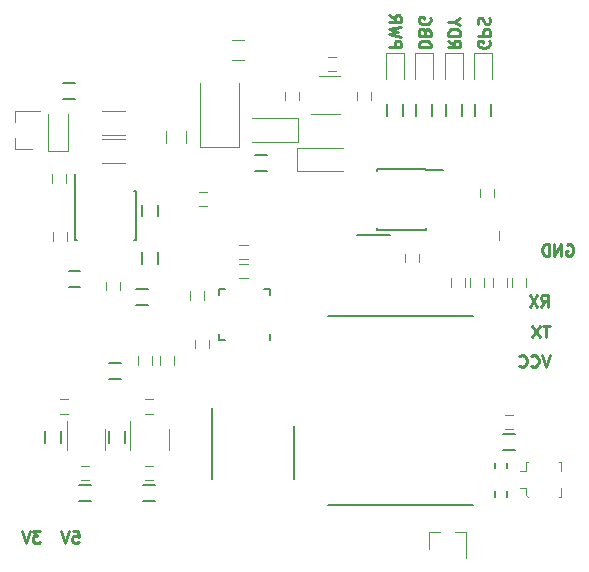
<source format=gbo>
G04 #@! TF.GenerationSoftware,KiCad,Pcbnew,(5.1.5)-3*
G04 #@! TF.CreationDate,2020-01-29T21:37:39+13:00*
G04 #@! TF.ProjectId,SimpleFC,53696d70-6c65-4464-932e-6b696361645f,rev?*
G04 #@! TF.SameCoordinates,Original*
G04 #@! TF.FileFunction,Legend,Bot*
G04 #@! TF.FilePolarity,Positive*
%FSLAX46Y46*%
G04 Gerber Fmt 4.6, Leading zero omitted, Abs format (unit mm)*
G04 Created by KiCad (PCBNEW (5.1.5)-3) date 2020-01-29 21:37:39*
%MOMM*%
%LPD*%
G04 APERTURE LIST*
%ADD10C,0.250000*%
%ADD11C,0.150000*%
%ADD12C,0.120000*%
%ADD13C,0.200000*%
G04 APERTURE END LIST*
D10*
X167000000Y-77675595D02*
X167047619Y-77770833D01*
X167047619Y-77913690D01*
X167000000Y-78056547D01*
X166904761Y-78151785D01*
X166809523Y-78199404D01*
X166619047Y-78247023D01*
X166476190Y-78247023D01*
X166285714Y-78199404D01*
X166190476Y-78151785D01*
X166095238Y-78056547D01*
X166047619Y-77913690D01*
X166047619Y-77818452D01*
X166095238Y-77675595D01*
X166142857Y-77627976D01*
X166476190Y-77627976D01*
X166476190Y-77818452D01*
X166047619Y-77199404D02*
X167047619Y-77199404D01*
X167047619Y-76818452D01*
X167000000Y-76723214D01*
X166952380Y-76675595D01*
X166857142Y-76627976D01*
X166714285Y-76627976D01*
X166619047Y-76675595D01*
X166571428Y-76723214D01*
X166523809Y-76818452D01*
X166523809Y-77199404D01*
X166095238Y-76247023D02*
X166047619Y-76104166D01*
X166047619Y-75866071D01*
X166095238Y-75770833D01*
X166142857Y-75723214D01*
X166238095Y-75675595D01*
X166333333Y-75675595D01*
X166428571Y-75723214D01*
X166476190Y-75770833D01*
X166523809Y-75866071D01*
X166571428Y-76056547D01*
X166619047Y-76151785D01*
X166666666Y-76199404D01*
X166761904Y-76247023D01*
X166857142Y-76247023D01*
X166952380Y-76199404D01*
X167000000Y-76151785D01*
X167047619Y-76056547D01*
X167047619Y-75818452D01*
X167000000Y-75675595D01*
X163547619Y-77627976D02*
X164023809Y-77961309D01*
X163547619Y-78199404D02*
X164547619Y-78199404D01*
X164547619Y-77818452D01*
X164500000Y-77723214D01*
X164452380Y-77675595D01*
X164357142Y-77627976D01*
X164214285Y-77627976D01*
X164119047Y-77675595D01*
X164071428Y-77723214D01*
X164023809Y-77818452D01*
X164023809Y-78199404D01*
X163547619Y-77199404D02*
X164547619Y-77199404D01*
X164547619Y-76961309D01*
X164500000Y-76818452D01*
X164404761Y-76723214D01*
X164309523Y-76675595D01*
X164119047Y-76627976D01*
X163976190Y-76627976D01*
X163785714Y-76675595D01*
X163690476Y-76723214D01*
X163595238Y-76818452D01*
X163547619Y-76961309D01*
X163547619Y-77199404D01*
X164023809Y-76008928D02*
X163547619Y-76008928D01*
X164547619Y-76342261D02*
X164023809Y-76008928D01*
X164547619Y-75675595D01*
X161047619Y-78199404D02*
X162047619Y-78199404D01*
X162047619Y-77961309D01*
X162000000Y-77818452D01*
X161904761Y-77723214D01*
X161809523Y-77675595D01*
X161619047Y-77627976D01*
X161476190Y-77627976D01*
X161285714Y-77675595D01*
X161190476Y-77723214D01*
X161095238Y-77818452D01*
X161047619Y-77961309D01*
X161047619Y-78199404D01*
X161571428Y-76866071D02*
X161523809Y-76723214D01*
X161476190Y-76675595D01*
X161380952Y-76627976D01*
X161238095Y-76627976D01*
X161142857Y-76675595D01*
X161095238Y-76723214D01*
X161047619Y-76818452D01*
X161047619Y-77199404D01*
X162047619Y-77199404D01*
X162047619Y-76866071D01*
X162000000Y-76770833D01*
X161952380Y-76723214D01*
X161857142Y-76675595D01*
X161761904Y-76675595D01*
X161666666Y-76723214D01*
X161619047Y-76770833D01*
X161571428Y-76866071D01*
X161571428Y-77199404D01*
X162000000Y-75675595D02*
X162047619Y-75770833D01*
X162047619Y-75913690D01*
X162000000Y-76056547D01*
X161904761Y-76151785D01*
X161809523Y-76199404D01*
X161619047Y-76247023D01*
X161476190Y-76247023D01*
X161285714Y-76199404D01*
X161190476Y-76151785D01*
X161095238Y-76056547D01*
X161047619Y-75913690D01*
X161047619Y-75818452D01*
X161095238Y-75675595D01*
X161142857Y-75627976D01*
X161476190Y-75627976D01*
X161476190Y-75818452D01*
X158547619Y-78199404D02*
X159547619Y-78199404D01*
X159547619Y-77818452D01*
X159500000Y-77723214D01*
X159452380Y-77675595D01*
X159357142Y-77627976D01*
X159214285Y-77627976D01*
X159119047Y-77675595D01*
X159071428Y-77723214D01*
X159023809Y-77818452D01*
X159023809Y-78199404D01*
X159547619Y-77294642D02*
X158547619Y-77056547D01*
X159261904Y-76866071D01*
X158547619Y-76675595D01*
X159547619Y-76437500D01*
X158547619Y-75485119D02*
X159023809Y-75818452D01*
X158547619Y-76056547D02*
X159547619Y-76056547D01*
X159547619Y-75675595D01*
X159500000Y-75580357D01*
X159452380Y-75532738D01*
X159357142Y-75485119D01*
X159214285Y-75485119D01*
X159119047Y-75532738D01*
X159071428Y-75580357D01*
X159023809Y-75675595D01*
X159023809Y-76056547D01*
X172142261Y-104252380D02*
X171808928Y-105252380D01*
X171475595Y-104252380D01*
X170570833Y-105157142D02*
X170618452Y-105204761D01*
X170761309Y-105252380D01*
X170856547Y-105252380D01*
X170999404Y-105204761D01*
X171094642Y-105109523D01*
X171142261Y-105014285D01*
X171189880Y-104823809D01*
X171189880Y-104680952D01*
X171142261Y-104490476D01*
X171094642Y-104395238D01*
X170999404Y-104300000D01*
X170856547Y-104252380D01*
X170761309Y-104252380D01*
X170618452Y-104300000D01*
X170570833Y-104347619D01*
X169570833Y-105157142D02*
X169618452Y-105204761D01*
X169761309Y-105252380D01*
X169856547Y-105252380D01*
X169999404Y-105204761D01*
X170094642Y-105109523D01*
X170142261Y-105014285D01*
X170189880Y-104823809D01*
X170189880Y-104680952D01*
X170142261Y-104490476D01*
X170094642Y-104395238D01*
X169999404Y-104300000D01*
X169856547Y-104252380D01*
X169761309Y-104252380D01*
X169618452Y-104300000D01*
X169570833Y-104347619D01*
X172142261Y-101752380D02*
X171570833Y-101752380D01*
X171856547Y-102752380D02*
X171856547Y-101752380D01*
X171332738Y-101752380D02*
X170666071Y-102752380D01*
X170666071Y-101752380D02*
X171332738Y-102752380D01*
X171427976Y-100152380D02*
X171761309Y-99676190D01*
X171999404Y-100152380D02*
X171999404Y-99152380D01*
X171618452Y-99152380D01*
X171523214Y-99200000D01*
X171475595Y-99247619D01*
X171427976Y-99342857D01*
X171427976Y-99485714D01*
X171475595Y-99580952D01*
X171523214Y-99628571D01*
X171618452Y-99676190D01*
X171999404Y-99676190D01*
X171094642Y-99152380D02*
X170427976Y-100152380D01*
X170427976Y-99152380D02*
X171094642Y-100152380D01*
X173575595Y-94900000D02*
X173670833Y-94852380D01*
X173813690Y-94852380D01*
X173956547Y-94900000D01*
X174051785Y-94995238D01*
X174099404Y-95090476D01*
X174147023Y-95280952D01*
X174147023Y-95423809D01*
X174099404Y-95614285D01*
X174051785Y-95709523D01*
X173956547Y-95804761D01*
X173813690Y-95852380D01*
X173718452Y-95852380D01*
X173575595Y-95804761D01*
X173527976Y-95757142D01*
X173527976Y-95423809D01*
X173718452Y-95423809D01*
X173099404Y-95852380D02*
X173099404Y-94852380D01*
X172527976Y-95852380D01*
X172527976Y-94852380D01*
X172051785Y-95852380D02*
X172051785Y-94852380D01*
X171813690Y-94852380D01*
X171670833Y-94900000D01*
X171575595Y-94995238D01*
X171527976Y-95090476D01*
X171480357Y-95280952D01*
X171480357Y-95423809D01*
X171527976Y-95614285D01*
X171575595Y-95709523D01*
X171670833Y-95804761D01*
X171813690Y-95852380D01*
X172051785Y-95852380D01*
X131757142Y-119152380D02*
X132233333Y-119152380D01*
X132280952Y-119628571D01*
X132233333Y-119580952D01*
X132138095Y-119533333D01*
X131900000Y-119533333D01*
X131804761Y-119580952D01*
X131757142Y-119628571D01*
X131709523Y-119723809D01*
X131709523Y-119961904D01*
X131757142Y-120057142D01*
X131804761Y-120104761D01*
X131900000Y-120152380D01*
X132138095Y-120152380D01*
X132233333Y-120104761D01*
X132280952Y-120057142D01*
X131423809Y-119152380D02*
X131090476Y-120152380D01*
X130757142Y-119152380D01*
X128995238Y-119152380D02*
X128376190Y-119152380D01*
X128709523Y-119533333D01*
X128566666Y-119533333D01*
X128471428Y-119580952D01*
X128423809Y-119628571D01*
X128376190Y-119723809D01*
X128376190Y-119961904D01*
X128423809Y-120057142D01*
X128471428Y-120104761D01*
X128566666Y-120152380D01*
X128852380Y-120152380D01*
X128947619Y-120104761D01*
X128995238Y-120057142D01*
X128090476Y-119152380D02*
X127757142Y-120152380D01*
X127423809Y-119152380D01*
D11*
X168525000Y-113350000D02*
X168525000Y-113850000D01*
X167475000Y-113850000D02*
X167475000Y-113350000D01*
D12*
X140300000Y-105050000D02*
X140300000Y-104350000D01*
X139100000Y-104350000D02*
X139100000Y-105050000D01*
X138500000Y-105050000D02*
X138500000Y-104350000D01*
X137300000Y-104350000D02*
X137300000Y-105050000D01*
X167400000Y-90850000D02*
X167400000Y-90150000D01*
X166200000Y-90150000D02*
X166200000Y-90850000D01*
X166600000Y-98450000D02*
X166600000Y-97750000D01*
X165400000Y-97750000D02*
X165400000Y-98450000D01*
X168500000Y-98450000D02*
X168500000Y-97750000D01*
X167300000Y-97750000D02*
X167300000Y-98450000D01*
X168900000Y-97750000D02*
X168900000Y-98450000D01*
X170100000Y-98450000D02*
X170100000Y-97750000D01*
X163800000Y-97750000D02*
X163800000Y-98450000D01*
X165000000Y-98450000D02*
X165000000Y-97750000D01*
X161100000Y-96350000D02*
X161100000Y-95650000D01*
X159900000Y-95650000D02*
X159900000Y-96350000D01*
X142900000Y-99550000D02*
X142900000Y-98850000D01*
X141700000Y-98850000D02*
X141700000Y-99550000D01*
X143300000Y-103650000D02*
X143300000Y-102950000D01*
X142100000Y-102950000D02*
X142100000Y-103650000D01*
X145850000Y-96100000D02*
X146550000Y-96100000D01*
X146550000Y-94900000D02*
X145850000Y-94900000D01*
X146550000Y-96500000D02*
X145850000Y-96500000D01*
X145850000Y-97700000D02*
X146550000Y-97700000D01*
X131200000Y-89650000D02*
X131200000Y-88950000D01*
X130000000Y-88950000D02*
X130000000Y-89650000D01*
X136200000Y-85620000D02*
X134200000Y-85620000D01*
X134200000Y-83580000D02*
X136200000Y-83580000D01*
X134200000Y-85980000D02*
X136200000Y-85980000D01*
X136200000Y-88020000D02*
X134200000Y-88020000D01*
X134550000Y-98050000D02*
X134550000Y-98750000D01*
X135750000Y-98750000D02*
X135750000Y-98050000D01*
X130100000Y-93850000D02*
X130100000Y-94550000D01*
X131300000Y-94550000D02*
X131300000Y-93850000D01*
X139650000Y-86250000D02*
X139650000Y-85250000D01*
X141350000Y-85250000D02*
X141350000Y-86250000D01*
X145250000Y-77550000D02*
X146250000Y-77550000D01*
X146250000Y-79250000D02*
X145250000Y-79250000D01*
X157000000Y-82650000D02*
X157000000Y-81950000D01*
X155800000Y-81950000D02*
X155800000Y-82650000D01*
X149700000Y-81950000D02*
X149700000Y-82650000D01*
X150900000Y-82650000D02*
X150900000Y-81950000D01*
X154050000Y-79000000D02*
X153350000Y-79000000D01*
X153350000Y-80200000D02*
X154050000Y-80200000D01*
X143150000Y-90400000D02*
X142450000Y-90400000D01*
X142450000Y-91600000D02*
X143150000Y-91600000D01*
X138550000Y-113600000D02*
X137850000Y-113600000D01*
X137850000Y-114800000D02*
X138550000Y-114800000D01*
X138550000Y-108000000D02*
X137850000Y-108000000D01*
X137850000Y-109200000D02*
X138550000Y-109200000D01*
X132450000Y-114800000D02*
X133150000Y-114800000D01*
X133150000Y-113600000D02*
X132450000Y-113600000D01*
X131350000Y-108000000D02*
X130650000Y-108000000D01*
X130650000Y-109200000D02*
X131350000Y-109200000D01*
X131350000Y-87000000D02*
X129650000Y-87000000D01*
X129650000Y-87000000D02*
X129650000Y-83850000D01*
X131350000Y-87000000D02*
X131350000Y-83850000D01*
X150850000Y-84200000D02*
X150850000Y-86200000D01*
X150850000Y-86200000D02*
X146950000Y-86200000D01*
X150850000Y-84200000D02*
X146950000Y-84200000D01*
X150750000Y-88700000D02*
X154650000Y-88700000D01*
X150750000Y-86700000D02*
X154650000Y-86700000D01*
X150750000Y-88700000D02*
X150750000Y-86700000D01*
X158240000Y-80900000D02*
X158240000Y-78630000D01*
X158240000Y-78630000D02*
X159760000Y-78630000D01*
X159760000Y-78630000D02*
X159760000Y-80900000D01*
X167260000Y-78630000D02*
X167260000Y-80900000D01*
X165740000Y-78630000D02*
X167260000Y-78630000D01*
X165740000Y-80900000D02*
X165740000Y-78630000D01*
X163240000Y-80900000D02*
X163240000Y-78630000D01*
X163240000Y-78630000D02*
X164760000Y-78630000D01*
X164760000Y-78630000D02*
X164760000Y-80900000D01*
X162260000Y-78630000D02*
X162260000Y-80900000D01*
X160740000Y-78630000D02*
X162260000Y-78630000D01*
X160740000Y-80900000D02*
X160740000Y-78630000D01*
X161920000Y-119240000D02*
X161920000Y-120700000D01*
X165080000Y-119240000D02*
X165080000Y-121400000D01*
X165080000Y-119240000D02*
X164150000Y-119240000D01*
X161920000Y-119240000D02*
X162850000Y-119240000D01*
D11*
X135800000Y-104925000D02*
X134800000Y-104925000D01*
X134800000Y-106275000D02*
X135800000Y-106275000D01*
D12*
X126840000Y-86780000D02*
X126840000Y-85850000D01*
X126840000Y-83620000D02*
X126840000Y-84550000D01*
X126840000Y-83620000D02*
X129000000Y-83620000D01*
X126840000Y-86780000D02*
X128300000Y-86780000D01*
D11*
X147200000Y-88675000D02*
X148200000Y-88675000D01*
X148200000Y-87325000D02*
X147200000Y-87325000D01*
X131400000Y-98475000D02*
X132400000Y-98475000D01*
X132400000Y-97125000D02*
X131400000Y-97125000D01*
X137625000Y-91500000D02*
X137625000Y-92500000D01*
X138975000Y-92500000D02*
X138975000Y-91500000D01*
X130900000Y-82575000D02*
X131900000Y-82575000D01*
X131900000Y-81225000D02*
X130900000Y-81225000D01*
X137625000Y-95500000D02*
X137625000Y-96500000D01*
X138975000Y-96500000D02*
X138975000Y-95500000D01*
X137100000Y-99975000D02*
X138100000Y-99975000D01*
X138100000Y-98625000D02*
X137100000Y-98625000D01*
X159675000Y-84000000D02*
X159675000Y-83000000D01*
X158325000Y-83000000D02*
X158325000Y-84000000D01*
X165825000Y-83000000D02*
X165825000Y-84000000D01*
X167175000Y-84000000D02*
X167175000Y-83000000D01*
X164675000Y-84000000D02*
X164675000Y-83000000D01*
X163325000Y-83000000D02*
X163325000Y-84000000D01*
X160825000Y-83000000D02*
X160825000Y-84000000D01*
X162175000Y-84000000D02*
X162175000Y-83000000D01*
X134825000Y-110700000D02*
X134825000Y-111700000D01*
X136175000Y-111700000D02*
X136175000Y-110700000D01*
X138700000Y-115225000D02*
X137700000Y-115225000D01*
X137700000Y-116575000D02*
X138700000Y-116575000D01*
X130775000Y-111700000D02*
X130775000Y-110700000D01*
X129425000Y-110700000D02*
X129425000Y-111700000D01*
X132300000Y-116575000D02*
X133300000Y-116575000D01*
X133300000Y-115225000D02*
X132300000Y-115225000D01*
D12*
X167800000Y-94500000D02*
X167800000Y-93700000D01*
D11*
X148450000Y-98650000D02*
X147925000Y-98650000D01*
X144150000Y-102950000D02*
X144675000Y-102950000D01*
X144150000Y-98650000D02*
X144675000Y-98650000D01*
D13*
X148450000Y-102950000D02*
X148450000Y-102425000D01*
D11*
X144150000Y-102950000D02*
X144150000Y-102425000D01*
X144150000Y-98650000D02*
X144150000Y-99175000D01*
X148450000Y-98650000D02*
X148450000Y-99175000D01*
D13*
X158600000Y-94075000D02*
X155800000Y-94075000D01*
D11*
X131925000Y-90325000D02*
X131975000Y-90325000D01*
X131925000Y-94475000D02*
X132070000Y-94475000D01*
X137075000Y-94475000D02*
X136930000Y-94475000D01*
X137075000Y-90325000D02*
X136930000Y-90325000D01*
X131925000Y-90325000D02*
X131925000Y-94475000D01*
X137075000Y-90325000D02*
X137075000Y-94475000D01*
X131975000Y-90325000D02*
X131975000Y-88925000D01*
X161675000Y-88575000D02*
X163075000Y-88575000D01*
X161675000Y-93675000D02*
X157525000Y-93675000D01*
X161675000Y-88525000D02*
X157525000Y-88525000D01*
X161675000Y-93675000D02*
X161675000Y-93530000D01*
X157525000Y-93675000D02*
X157525000Y-93530000D01*
X157525000Y-88525000D02*
X157525000Y-88670000D01*
X161675000Y-88525000D02*
X161675000Y-88575000D01*
D12*
X136640000Y-112300000D02*
X136640000Y-109850000D01*
X139860000Y-110500000D02*
X139860000Y-112300000D01*
X134460000Y-110500000D02*
X134460000Y-112300000D01*
X131240000Y-112300000D02*
X131240000Y-109850000D01*
X169050000Y-109300000D02*
X168350000Y-109300000D01*
X168350000Y-110500000D02*
X169050000Y-110500000D01*
D11*
X167475000Y-116250000D02*
X167475000Y-115750000D01*
X168525000Y-115750000D02*
X168525000Y-116250000D01*
D12*
X170100000Y-114100000D02*
X169600000Y-114100000D01*
X170100000Y-115500000D02*
X169600000Y-115500000D01*
X170100000Y-115500000D02*
X170100000Y-116100000D01*
X170100000Y-116100000D02*
X170300000Y-116300000D01*
X170300000Y-113300000D02*
X170100000Y-113300000D01*
X170100000Y-113300000D02*
X170100000Y-114100000D01*
X173100000Y-114100000D02*
X173100000Y-113300000D01*
X173100000Y-113300000D02*
X172900000Y-113300000D01*
X172900000Y-116300000D02*
X173100000Y-116300000D01*
X173100000Y-116300000D02*
X173100000Y-115500000D01*
D11*
X168200000Y-112275000D02*
X169200000Y-112275000D01*
X169200000Y-110925000D02*
X168200000Y-110925000D01*
D12*
X145850000Y-86600000D02*
X142550000Y-86600000D01*
X142550000Y-86600000D02*
X142550000Y-81200000D01*
X145850000Y-86600000D02*
X145850000Y-81200000D01*
X154400000Y-83860000D02*
X151950000Y-83860000D01*
X152600000Y-80640000D02*
X154400000Y-80640000D01*
D11*
X150450000Y-110275000D02*
X150450000Y-114725000D01*
X143550000Y-108750000D02*
X143550000Y-114725000D01*
X153400000Y-116900000D02*
X165600000Y-116900000D01*
X153400000Y-100900000D02*
X165600000Y-100900000D01*
M02*

</source>
